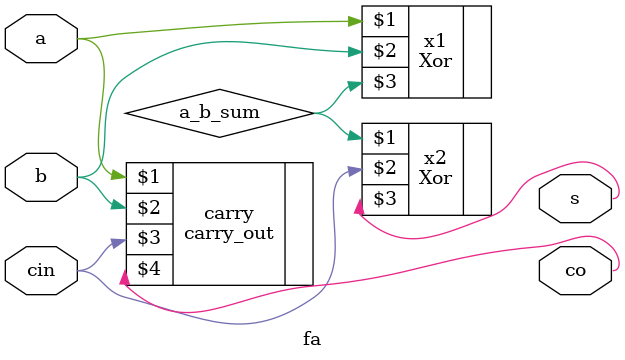
<source format=v>
module fa(input a , b , cin , output s, co);
    wire a_b_sum;
    Xor x1(a,b,a_b_sum);
    Xor x2(a_b_sum,cin,s);
    carry_out carry (a,b,cin , co);
endmodule
</source>
